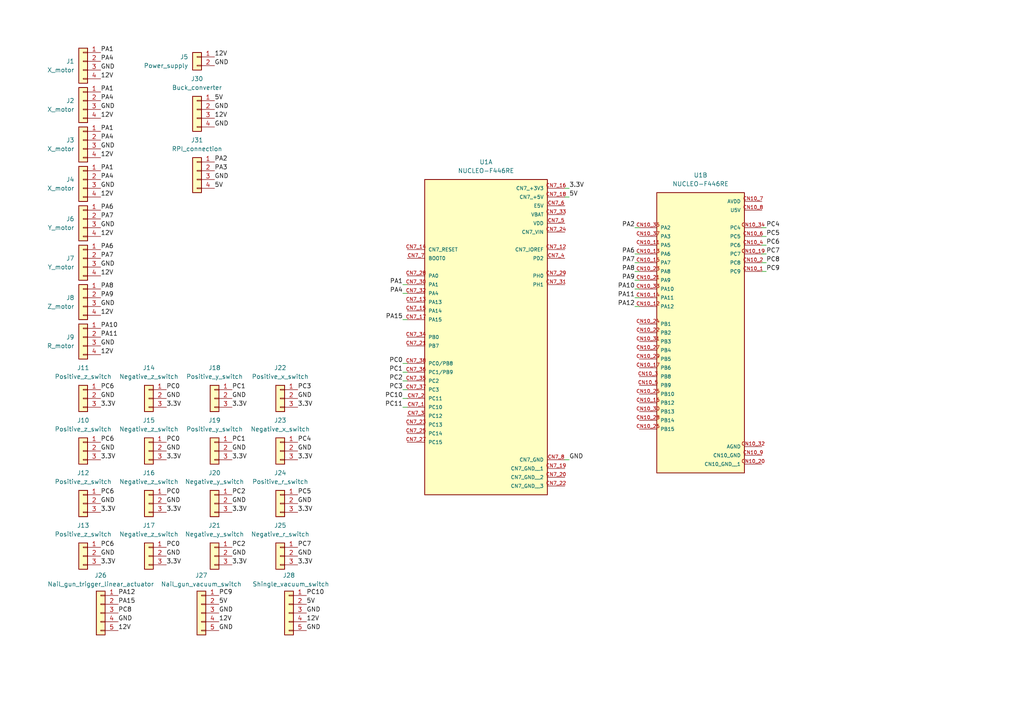
<source format=kicad_sch>
(kicad_sch (version 20231120) (generator "eeschema") (generator_version "8.0")
  (paper "A4")
  (lib_symbols
    (symbol "Connector_Generic:Conn_01x02" (pin_names (offset 1.016) hide)
      (property "Reference" "J" (at 0 2.54 0))
      (property "Value" "Conn_01x02" (at 0 -5.08 0))
      (symbol "Conn_01x02_1_1"
        (rectangle (start -1.27 -2.413) (end 0 -2.667) (stroke (width 0.1524)))
        (rectangle (start -1.27 0.127) (end 0 -0.127) (stroke (width 0.1524)))
        (rectangle (start -1.27 1.27) (end 1.27 -3.81) (stroke (width 0.254)) (fill (type background)))
        (pin passive line (at -5.08 0 0) (length 3.81) (name "Pin_1") (number "1"))
        (pin passive line (at -5.08 -2.54 0) (length 3.81) (name "Pin_2") (number "2"))
      )
    )
    (symbol "Connector_Generic:Conn_01x03" (pin_names (offset 1.016) hide)
      (property "Reference" "J" (at 0 5.08 0))
      (property "Value" "Conn_01x03" (at 0 -5.08 0))
      (symbol "Conn_01x03_1_1"
        (rectangle (start -1.27 -2.413) (end 0 -2.667) (stroke (width 0.1524)))
        (rectangle (start -1.27 0.127) (end 0 -0.127) (stroke (width 0.1524)))
        (rectangle (start -1.27 2.667) (end 0 2.413) (stroke (width 0.1524)))
        (rectangle (start -1.27 3.81) (end 1.27 -3.81) (stroke (width 0.254)) (fill (type background)))
        (pin passive line (at -5.08 2.54 0) (length 3.81) (name "Pin_1") (number "1"))
        (pin passive line (at -5.08 0 0) (length 3.81) (name "Pin_2") (number "2"))
        (pin passive line (at -5.08 -2.54 0) (length 3.81) (name "Pin_3") (number "3"))
      )
    )
    (symbol "Connector_Generic:Conn_01x04" (pin_names (offset 1.016) hide)
      (property "Reference" "J" (at 0 5.08 0))
      (property "Value" "Conn_01x04" (at 0 -7.62 0))
      (symbol "Conn_01x04_1_1"
        (rectangle (start -1.27 -4.953) (end 0 -5.207) (stroke (width 0.1524)))
        (rectangle (start -1.27 -2.413) (end 0 -2.667) (stroke (width 0.1524)))
        (rectangle (start -1.27 0.127) (end 0 -0.127) (stroke (width 0.1524)))
        (rectangle (start -1.27 2.667) (end 0 2.413) (stroke (width 0.1524)))
        (rectangle (start -1.27 3.81) (end 1.27 -6.35) (stroke (width 0.254)) (fill (type background)))
        (pin passive line (at -5.08 2.54 0) (length 3.81) (name "Pin_1") (number "1"))
        (pin passive line (at -5.08 0 0) (length 3.81) (name "Pin_2") (number "2"))
        (pin passive line (at -5.08 -2.54 0) (length 3.81) (name "Pin_3") (number "3"))
        (pin passive line (at -5.08 -5.08 0) (length 3.81) (name "Pin_4") (number "4"))
      )
    )
    (symbol "Connector_Generic:Conn_01x05" (pin_names (offset 1.016) hide)
      (property "Reference" "J" (at 0 7.62 0))
      (property "Value" "Conn_01x05" (at 0 -7.62 0))
      (symbol "Conn_01x05_1_1"
        (rectangle (start -1.27 -4.953) (end 0 -5.207) (stroke (width 0.1524)))
        (rectangle (start -1.27 -2.413) (end 0 -2.667) (stroke (width 0.1524)))
        (rectangle (start -1.27 0.127) (end 0 -0.127) (stroke (width 0.1524)))
        (rectangle (start -1.27 2.667) (end 0 2.413) (stroke (width 0.1524)))
        (rectangle (start -1.27 5.207) (end 0 4.953) (stroke (width 0.1524)))
        (rectangle (start -1.27 6.35) (end 1.27 -6.35) (stroke (width 0.254)) (fill (type background)))
        (pin passive line (at -5.08 5.08 0) (length 3.81) (name "Pin_1") (number "1"))
        (pin passive line (at -5.08 2.54 0) (length 3.81) (name "Pin_2") (number "2"))
        (pin passive line (at -5.08 0 0) (length 3.81) (name "Pin_3") (number "3"))
        (pin passive line (at -5.08 -2.54 0) (length 3.81) (name "Pin_4") (number "4"))
        (pin passive line (at -5.08 -5.08 0) (length 3.81) (name "Pin_5") (number "5"))
      )
    )
    (symbol "NUCLEO-F446RE:NUCLEO-F446RE" (pin_names (offset 1.016))
      (property "Reference" "U" (at -17.78 41.91 0))
      (property "Value" "NUCLEO-F446RE" (at -17.78 -52.07 0))
      (symbol "NUCLEO-F446RE_1_0"
        (rectangle (start -17.78 -50.8) (end 17.78 40.64) (stroke (width 0.254)) (fill (type background)))
        (pin bidirectional line (at -22.86 -25.4 0) (length 5.08) (name "PC10") (number "CN7_1"))
        (pin bidirectional line (at 22.86 20.32 180) (length 5.08) (name "CN7_IOREF") (number "CN7_12"))
        (pin bidirectional line (at -22.86 5.08 0) (length 5.08) (name "PA13") (number "CN7_13"))
        (pin bidirectional line (at -22.86 20.32 0) (length 5.08) (name "CN7_RESET") (number "CN7_14"))
        (pin bidirectional line (at -22.86 2.54 0) (length 5.08) (name "PA14") (number "CN7_15"))
        (pin power_in line (at 22.86 38.1 180) (length 5.08) (name "CN7_+3V3") (number "CN7_16"))
        (pin bidirectional line (at -22.86 0 0) (length 5.08) (name "PA15") (number "CN7_17"))
        (pin power_in line (at 22.86 35.56 180) (length 5.08) (name "CN7_+5V") (number "CN7_18"))
        (pin power_in line (at 22.86 -43.18 180) (length 5.08) (name "CN7_GND__1") (number "CN7_19"))
        (pin bidirectional line (at -22.86 -22.86 0) (length 5.08) (name "PC11") (number "CN7_2"))
        (pin power_in line (at 22.86 -45.72 180) (length 5.08) (name "CN7_GND__2") (number "CN7_20"))
        (pin bidirectional line (at -22.86 -7.62 0) (length 5.08) (name "PB7") (number "CN7_21"))
        (pin power_in line (at 22.86 -48.26 180) (length 5.08) (name "CN7_GND__3") (number "CN7_22"))
        (pin bidirectional line (at -22.86 -30.48 0) (length 5.08) (name "PC13") (number "CN7_23"))
        (pin power_in line (at 22.86 25.4 180) (length 5.08) (name "CN7_VIN") (number "CN7_24"))
        (pin bidirectional line (at -22.86 -33.02 0) (length 5.08) (name "PC14") (number "CN7_25"))
        (pin bidirectional line (at -22.86 -35.56 0) (length 5.08) (name "PC15") (number "CN7_27"))
        (pin bidirectional line (at -22.86 12.7 0) (length 5.08) (name "PA0") (number "CN7_28"))
        (pin bidirectional line (at 22.86 12.7 180) (length 5.08) (name "PH0") (number "CN7_29"))
        (pin bidirectional line (at -22.86 -27.94 0) (length 5.08) (name "PC12") (number "CN7_3"))
        (pin bidirectional line (at -22.86 10.16 0) (length 5.08) (name "PA1") (number "CN7_30"))
        (pin bidirectional line (at 22.86 10.16 180) (length 5.08) (name "PH1") (number "CN7_31"))
        (pin bidirectional line (at -22.86 7.62 0) (length 5.08) (name "PA4") (number "CN7_32"))
        (pin power_in line (at 22.86 30.48 180) (length 5.08) (name "VBAT") (number "CN7_33"))
        (pin bidirectional line (at -22.86 -5.08 0) (length 5.08) (name "PB0") (number "CN7_34"))
        (pin bidirectional line (at -22.86 -17.78 0) (length 5.08) (name "PC2") (number "CN7_35"))
        (pin bidirectional line (at -22.86 -15.24 0) (length 5.08) (name "PC1/PB9") (number "CN7_36"))
        (pin bidirectional line (at -22.86 -20.32 0) (length 5.08) (name "PC3") (number "CN7_37"))
        (pin bidirectional line (at -22.86 -12.7 0) (length 5.08) (name "PC0/PB8") (number "CN7_38"))
        (pin bidirectional line (at 22.86 17.78 180) (length 5.08) (name "PD2") (number "CN7_4"))
        (pin power_in line (at 22.86 27.94 180) (length 5.08) (name "VDD") (number "CN7_5"))
        (pin power_in line (at 22.86 33.02 180) (length 5.08) (name "E5V") (number "CN7_6"))
        (pin bidirectional line (at -22.86 17.78 0) (length 5.08) (name "BOOT0") (number "CN7_7"))
        (pin power_in line (at 22.86 -40.64 180) (length 5.08) (name "CN7_GND") (number "CN7_8"))
      )
      (symbol "NUCLEO-F446RE_2_0"
        (rectangle (start -12.7 -43.18) (end 12.7 38.1) (stroke (width 0.254)) (fill (type background)))
        (pin bidirectional line (at 17.78 15.24 180) (length 5.08) (name "PC9") (number "CN10_1"))
        (pin bidirectional line (at -17.78 22.86 0) (length 5.08) (name "PA5") (number "CN10_11"))
        (pin bidirectional line (at -17.78 5.08 0) (length 5.08) (name "PA12") (number "CN10_12"))
        (pin bidirectional line (at -17.78 20.32 0) (length 5.08) (name "PA6") (number "CN10_13"))
        (pin bidirectional line (at -17.78 7.62 0) (length 5.08) (name "PA11") (number "CN10_14"))
        (pin bidirectional line (at -17.78 17.78 0) (length 5.08) (name "PA7") (number "CN10_15"))
        (pin bidirectional line (at -17.78 -22.86 0) (length 5.08) (name "PB12") (number "CN10_16"))
        (pin bidirectional line (at -17.78 -12.7 0) (length 5.08) (name "PB6") (number "CN10_17"))
        (pin bidirectional line (at 17.78 20.32 180) (length 5.08) (name "PC7") (number "CN10_19"))
        (pin bidirectional line (at 17.78 17.78 180) (length 5.08) (name "PC8") (number "CN10_2"))
        (pin power_in line (at 17.78 -40.64 180) (length 5.08) (name "CN10_GND__1") (number "CN10_20"))
        (pin bidirectional line (at -17.78 12.7 0) (length 5.08) (name "PA9") (number "CN10_21"))
        (pin bidirectional line (at -17.78 -2.54 0) (length 5.08) (name "PB2") (number "CN10_22"))
        (pin bidirectional line (at -17.78 15.24 0) (length 5.08) (name "PA8") (number "CN10_23"))
        (pin bidirectional line (at -17.78 0 0) (length 5.08) (name "PB1") (number "CN10_24"))
        (pin bidirectional line (at -17.78 -20.32 0) (length 5.08) (name "PB10") (number "CN10_25"))
        (pin bidirectional line (at -17.78 -30.48 0) (length 5.08) (name "PB15") (number "CN10_26"))
        (pin bidirectional line (at -17.78 -7.62 0) (length 5.08) (name "PB4") (number "CN10_27"))
        (pin bidirectional line (at -17.78 -27.94 0) (length 5.08) (name "PB14") (number "CN10_28"))
        (pin bidirectional line (at -17.78 -10.16 0) (length 5.08) (name "PB5") (number "CN10_29"))
        (pin bidirectional line (at -17.78 -15.24 0) (length 5.08) (name "PB8") (number "CN10_3"))
        (pin bidirectional line (at -17.78 -25.4 0) (length 5.08) (name "PB13") (number "CN10_30"))
        (pin bidirectional line (at -17.78 -5.08 0) (length 5.08) (name "PB3") (number "CN10_31"))
        (pin power_in line (at 17.78 -35.56 180) (length 5.08) (name "AGND") (number "CN10_32"))
        (pin bidirectional line (at -17.78 10.16 0) (length 5.08) (name "PA10") (number "CN10_33"))
        (pin bidirectional line (at 17.78 27.94 180) (length 5.08) (name "PC4") (number "CN10_34"))
        (pin bidirectional line (at -17.78 27.94 0) (length 5.08) (name "PA2") (number "CN10_35"))
        (pin bidirectional line (at -17.78 25.4 0) (length 5.08) (name "PA3") (number "CN10_37"))
        (pin bidirectional line (at 17.78 22.86 180) (length 5.08) (name "PC6") (number "CN10_4"))
        (pin bidirectional line (at -17.78 -17.78 0) (length 5.08) (name "PB9") (number "CN10_5"))
        (pin bidirectional line (at 17.78 25.4 180) (length 5.08) (name "PC5") (number "CN10_6"))
        (pin power_in line (at 17.78 35.56 180) (length 5.08) (name "AVDD") (number "CN10_7"))
        (pin power_in line (at 17.78 33.02 180) (length 5.08) (name "U5V") (number "CN10_8"))
        (pin power_in line (at 17.78 -38.1 180) (length 5.08) (name "CN10_GND") (number "CN10_9"))
      )
      (symbol "NUCLEO-F446RE_3_0"
        (rectangle (start -15.24 -15.24) (end 15.24 10.16) (stroke (width 0.254)) (fill (type background)))
        (pin bidirectional line (at -20.32 -5.08 0) (length 5.08) (name "CN6_IOREF") (number "CN6_2"))
        (pin bidirectional line (at -20.32 -2.54 0) (length 5.08) (name "CN6_RESET") (number "CN6_3"))
        (pin power_in line (at 20.32 2.54 180) (length 5.08) (name "CN6_+3V3") (number "CN6_4"))
        (pin power_in line (at 20.32 5.08 180) (length 5.08) (name "CN6_+5V") (number "CN6_5"))
        (pin power_in line (at 20.32 -10.16 180) (length 5.08) (name "CN6_GND") (number "CN6_6"))
        (pin power_in line (at 20.32 -12.7 180) (length 5.08) (name "CN6_GND__1") (number "CN6_7"))
        (pin power_in line (at 20.32 7.62 180) (length 5.08) (name "CN6_VIN") (number "CN6_8"))
      )
      (symbol "NUCLEO-F446RE_4_0"
        (rectangle (start -5.08 -12.7) (end 5.08 12.7) (stroke (width 0.254)) (fill (type background)))
        (pin input line (at -10.16 10.16 0) (length 5.08) (name "D0") (number "CN9_1"))
        (pin output line (at -10.16 7.62 0) (length 5.08) (name "D1") (number "CN9_2"))
        (pin bidirectional line (at -10.16 2.54 0) (length 5.08) (name "D2") (number "CN9_3"))
        (pin bidirectional line (at -10.16 0 0) (length 5.08) (name "D3") (number "CN9_4"))
        (pin bidirectional line (at -10.16 -2.54 0) (length 5.08) (name "D4") (number "CN9_5"))
        (pin bidirectional line (at -10.16 -5.08 0) (length 5.08) (name "D5") (number "CN9_6"))
        (pin bidirectional line (at -10.16 -7.62 0) (length 5.08) (name "D6") (number "CN9_7"))
        (pin bidirectional line (at -10.16 -10.16 0) (length 5.08) (name "D7") (number "CN9_8"))
      )
      (symbol "NUCLEO-F446RE_5_0"
        (rectangle (start -5.08 -10.16) (end 5.08 7.62) (stroke (width 0.254)) (fill (type background)))
        (pin input line (at -10.16 5.08 0) (length 5.08) (name "A0") (number "CN8_1"))
        (pin input line (at -10.16 2.54 0) (length 5.08) (name "A1") (number "CN8_2"))
        (pin input line (at -10.16 0 0) (length 5.08) (name "A2") (number "CN8_3"))
        (pin input line (at -10.16 -2.54 0) (length 5.08) (name "A3") (number "CN8_4"))
        (pin input line (at -10.16 -5.08 0) (length 5.08) (name "A4") (number "CN8_5"))
        (pin input line (at -10.16 -7.62 0) (length 5.08) (name "A5") (number "CN8_6"))
      )
      (symbol "NUCLEO-F446RE_6_0"
        (rectangle (start -10.16 -17.78) (end 10.16 15.24) (stroke (width 0.254)) (fill (type background)))
        (pin bidirectional line (at -15.24 7.62 0) (length 5.08) (name "D8") (number "CN5_1"))
        (pin bidirectional clock (at -15.24 -10.16 0) (length 5.08) (name "D15") (number "CN5_10"))
        (pin bidirectional line (at -15.24 5.08 0) (length 5.08) (name "D9") (number "CN5_2"))
        (pin bidirectional line (at -15.24 2.54 0) (length 5.08) (name "D10") (number "CN5_3"))
        (pin bidirectional line (at -15.24 0 0) (length 5.08) (name "D11") (number "CN5_4"))
        (pin bidirectional line (at -15.24 -2.54 0) (length 5.08) (name "D12") (number "CN5_5"))
        (pin bidirectional clock (at -15.24 -5.08 0) (length 5.08) (name "D13") (number "CN5_6"))
        (pin power_in line (at 15.24 -15.24 180) (length 5.08) (name "CN5_GND") (number "CN5_7"))
        (pin power_in line (at 15.24 12.7 180) (length 5.08) (name "AREF") (number "CN5_8"))
        (pin bidirectional line (at -15.24 -7.62 0) (length 5.08) (name "D14") (number "CN5_9"))
      )
    )
  )
  (wire (pts (xy 116.84 115.57) (xy 118.11 115.57)))
  (wire (pts (xy 116.84 85.09) (xy 118.11 85.09)))
  (wire (pts (xy 184.15 88.9) (xy 185.42 88.9)))
  (wire (pts (xy 222.25 66.04) (xy 220.98 66.04)))
  (wire (pts (xy 116.84 92.71) (xy 118.11 92.71)))
  (wire (pts (xy 222.25 78.74) (xy 220.98 78.74)))
  (wire (pts (xy 222.25 68.58) (xy 220.98 68.58)))
  (wire (pts (xy 116.84 82.55) (xy 118.11 82.55)))
  (wire (pts (xy 184.15 86.36) (xy 185.42 86.36)))
  (wire (pts (xy 116.84 105.41) (xy 118.11 105.41)))
  (wire (pts (xy 116.84 118.11) (xy 118.11 118.11)))
  (wire (pts (xy 165.1 57.15) (xy 163.83 57.15)))
  (wire (pts (xy 184.15 66.04) (xy 185.42 66.04)))
  (wire (pts (xy 116.84 113.03) (xy 118.11 113.03)))
  (wire (pts (xy 222.25 76.2) (xy 220.98 76.2)))
  (wire (pts (xy 184.15 73.66) (xy 185.42 73.66)))
  (wire (pts (xy 184.15 76.2) (xy 185.42 76.2)))
  (wire (pts (xy 116.84 107.95) (xy 118.11 107.95)))
  (wire (pts (xy 222.25 73.66) (xy 220.98 73.66)))
  (wire (pts (xy 222.25 71.12) (xy 220.98 71.12)))
  (wire (pts (xy 184.15 78.74) (xy 185.42 78.74)))
  (wire (pts (xy 116.84 110.49) (xy 118.11 110.49)))
  (wire (pts (xy 184.15 81.28) (xy 185.42 81.28)))
  (wire (pts (xy 165.1 54.61) (xy 163.83 54.61)))
  (wire (pts (xy 165.1 133.35) (xy 163.83 133.35)))
  (wire (pts (xy 184.15 83.82) (xy 185.42 83.82)))
  (label "5V" (at 62.23 54.61 0))
  (label "PA4" (at 29.21 17.78 0))
  (label "PC2" (at 67.31 143.51 0))
  (label "3.3V" (at 165.1 54.61 0))
  (label "PA12" (at 34.29 172.72 0))
  (label "PA11" (at 29.21 97.79 0))
  (label "3.3V" (at 48.26 133.35 0))
  (label "GND" (at 63.5 182.88 0))
  (label "PC6" (at 29.21 143.51 0))
  (label "PC0" (at 48.26 158.75 0))
  (label "5V" (at 88.9 175.26 0))
  (label "GND" (at 62.23 19.05 0))
  (label "3.3V" (at 67.31 163.83 0))
  (label "GND" (at 29.21 54.61 0))
  (label "GND" (at 29.21 115.57 0))
  (label "3.3V" (at 86.36 118.11 0))
  (label "3.3V" (at 86.36 148.59 0))
  (label "GND" (at 67.31 146.05 0))
  (label "3.3V" (at 29.21 148.59 0))
  (label "5V" (at 62.23 29.21 0))
  (label "GND" (at 29.21 31.75 0))
  (label "PA7" (at 184.15 76.2 180))
  (label "PA15" (at 34.29 175.26 0))
  (label "3.3V" (at 48.26 163.83 0))
  (label "GND" (at 63.5 177.8 0))
  (label "GND" (at 67.31 161.29 0))
  (label "PC8" (at 34.29 177.8 0))
  (label "PC3" (at 86.36 113.03 0))
  (label "GND" (at 29.21 161.29 0))
  (label "PC8" (at 222.25 76.2 0))
  (label "GND" (at 34.29 180.34 0))
  (label "PC2" (at 116.84 110.49 180))
  (label "PA7" (at 29.21 63.5 0))
  (label "12V" (at 63.5 180.34 0))
  (label "PC0" (at 48.26 143.51 0))
  (label "3.3V" (at 67.31 118.11 0))
  (label "5V" (at 63.5 175.26 0))
  (label "PA6" (at 29.21 72.39 0))
  (label "GND" (at 29.21 146.05 0))
  (label "PC6" (at 29.21 158.75 0))
  (label "GND" (at 29.21 77.47 0))
  (label "GND" (at 48.26 130.81 0))
  (label "PC2" (at 67.31 158.75 0))
  (label "3.3V" (at 48.26 148.59 0))
  (label "PA8" (at 184.15 78.74 180))
  (label "12V" (at 88.9 180.34 0))
  (label "PC1" (at 67.31 128.27 0))
  (label "3.3V" (at 86.36 133.35 0))
  (label "PC1" (at 116.84 107.95 180))
  (label "PA12" (at 184.15 88.9 180))
  (label "GND" (at 29.21 20.32 0))
  (label "PA8" (at 29.21 83.82 0))
  (label "PA1" (at 29.21 26.67 0))
  (label "12V" (at 62.23 34.29 0))
  (label "GND" (at 165.1 133.35 0))
  (label "5V" (at 165.1 57.15 0))
  (label "12V" (at 29.21 102.87 0))
  (label "GND" (at 29.21 100.33 0))
  (label "12V" (at 29.21 91.44 0))
  (label "PC5" (at 86.36 143.51 0))
  (label "PC6" (at 29.21 113.03 0))
  (label "GND" (at 67.31 130.81 0))
  (label "PC0" (at 48.26 128.27 0))
  (label "PC4" (at 86.36 128.27 0))
  (label "PA4" (at 116.84 85.09 180))
  (label "PA10" (at 29.21 95.25 0))
  (label "GND" (at 67.31 115.57 0))
  (label "PC1" (at 67.31 113.03 0))
  (label "PA11" (at 184.15 86.36 180))
  (label "12V" (at 29.21 34.29 0))
  (label "GND" (at 62.23 36.83 0))
  (label "GND" (at 86.36 130.81 0))
  (label "PA1" (at 29.21 15.24 0))
  (label "3.3V" (at 86.36 163.83 0))
  (label "12V" (at 29.21 68.58 0))
  (label "3.3V" (at 29.21 133.35 0))
  (label "3.3V" (at 67.31 133.35 0))
  (label "PC6" (at 222.25 71.12 0))
  (label "PA1" (at 29.21 49.53 0))
  (label "PC3" (at 116.84 113.03 180))
  (label "PC9" (at 63.5 172.72 0))
  (label "PC5" (at 222.25 68.58 0))
  (label "PA6" (at 29.21 60.96 0))
  (label "3.3V" (at 29.21 163.83 0))
  (label "PC4" (at 222.25 66.04 0))
  (label "3.3V" (at 48.26 118.11 0))
  (label "3.3V" (at 29.21 118.11 0))
  (label "PA9" (at 184.15 81.28 180))
  (label "GND" (at 48.26 146.05 0))
  (label "12V" (at 29.21 45.72 0))
  (label "GND" (at 62.23 31.75 0))
  (label "12V" (at 29.21 80.01 0))
  (label "GND" (at 86.36 115.57 0))
  (label "GND" (at 29.21 88.9 0))
  (label "PA7" (at 29.21 74.93 0))
  (label "PC10" (at 116.84 115.57 180))
  (label "GND" (at 62.23 52.07 0))
  (label "PA3" (at 62.23 49.53 0))
  (label "PC0" (at 48.26 113.03 0))
  (label "PC7" (at 222.25 73.66 0))
  (label "PA10" (at 184.15 83.82 180))
  (label "12V" (at 29.21 57.15 0))
  (label "3.3V" (at 67.31 148.59 0))
  (label "PC11" (at 116.84 118.11 180))
  (label "PC10" (at 88.9 172.72 0))
  (label "GND" (at 48.26 161.29 0))
  (label "12V" (at 62.23 16.51 0))
  (label "GND" (at 29.21 66.04 0))
  (label "PA4" (at 29.21 29.21 0))
  (label "PA2" (at 62.23 46.99 0))
  (label "PC7" (at 86.36 158.75 0))
  (label "PA4" (at 29.21 40.64 0))
  (label "12V" (at 34.29 182.88 0))
  (label "PC6" (at 29.21 128.27 0))
  (label "GND" (at 86.36 161.29 0))
  (label "GND" (at 88.9 182.88 0))
  (label "PA1" (at 116.84 82.55 180))
  (label "PA9" (at 29.21 86.36 0))
  (label "12V" (at 29.21 22.86 0))
  (label "PA2" (at 184.15 66.04 180))
  (label "PA4" (at 29.21 52.07 0))
  (label "GND" (at 88.9 177.8 0))
  (label "PA15" (at 116.84 92.71 180))
  (label "GND" (at 86.36 146.05 0))
  (label "PC0" (at 116.84 105.41 180))
  (label "PA6" (at 184.15 73.66 180))
  (label "PC9" (at 222.25 78.74 0))
  (label "GND" (at 29.21 130.81 0))
  (label "GND" (at 29.21 43.18 0))
  (label "GND" (at 48.26 115.57 0))
  (label "PA1" (at 29.21 38.1 0))
  (symbol (lib_id "Connector_Generic:Conn_01x03") (at 81.28 146.05 0) (mirror y) (unit 1)
    (property "Reference" "J24" (at 81.28 137.16 0))
    (property "Value" "Positive_r_switch" (at 81.28 139.7 0))
    (property "Footprint" "Connector_JST:JST_XH_B3B-XH-A_1x03_P2.50mm_Vertical" (effects (hide yes)))
    (property "Description" "Generic connector, single row, 01x03, script generated (kicad-library-utils/schlib/autogen/connector/)" (effects (hide yes)))
  )
  (symbol (lib_id "Connector_Generic:Conn_01x04") (at 57.15 31.75 0) (mirror y) (unit 1)
    (property "Reference" "J30" (at 57.15 22.86 0))
    (property "Value" "Buck_converter" (at 57.15 25.4 0))
    (property "Footprint" "Connector_JST:JST_XH_B4B-XH-A_1x04_P2.50mm_Vertical" (effects (hide yes)))
    (property "Description" "Generic connector, single row, 01x04, script generated (kicad-library-utils/schlib/autogen/connector/)" (effects (hide yes)))
  )
  (symbol (lib_id "Connector_Generic:Conn_01x03") (at 81.28 161.29 0) (mirror y) (unit 1)
    (property "Reference" "J25" (at 81.28 152.4 0))
    (property "Value" "Negative_r_switch" (at 81.28 154.94 0))
    (property "Footprint" "Connector_JST:JST_XH_B3B-XH-A_1x03_P2.50mm_Vertical" (effects (hide yes)))
    (property "Description" "Generic connector, single row, 01x03, script generated (kicad-library-utils/schlib/autogen/connector/)" (effects (hide yes)))
  )
  (symbol (lib_id "Connector_Generic:Conn_01x03") (at 43.18 115.57 0) (mirror y) (unit 1)
    (property "Reference" "J14" (at 43.18 106.68 0))
    (property "Value" "Negative_z_switch" (at 43.18 109.22 0))
    (property "Footprint" "Connector_JST:JST_XH_B3B-XH-A_1x03_P2.50mm_Vertical" (effects (hide yes)))
    (property "Description" "Generic connector, single row, 01x03, script generated (kicad-library-utils/schlib/autogen/connector/)" (effects (hide yes)))
  )
  (symbol (lib_id "Connector_Generic:Conn_01x04") (at 24.13 74.93 0) (mirror y) (unit 1)
    (property "Reference" "J7" (at 21.59 74.9299 0) (effects (justify left)))
    (property "Value" "Y_motor" (at 21.59 77.4699 0) (effects (justify left)))
    (property "Footprint" "Connector_JST:JST_XH_B4B-XH-A_1x04_P2.50mm_Vertical" (effects (hide yes)))
    (property "Description" "Generic connector, single row, 01x04, script generated (kicad-library-utils/schlib/autogen/connector/)" (effects (hide yes)))
  )
  (symbol (lib_id "Connector_Generic:Conn_01x03") (at 43.18 146.05 0) (mirror y) (unit 1)
    (property "Reference" "J16" (at 43.18 137.16 0))
    (property "Value" "Negative_z_switch" (at 43.18 139.7 0))
    (property "Footprint" "Connector_JST:JST_XH_B3B-XH-A_1x03_P2.50mm_Vertical" (effects (hide yes)))
    (property "Description" "Generic connector, single row, 01x03, script generated (kicad-library-utils/schlib/autogen/connector/)" (effects (hide yes)))
  )
  (symbol (lib_id "Connector_Generic:Conn_01x05") (at 58.42 177.8 0) (mirror y) (unit 1)
    (property "Reference" "J27" (at 60.198 166.878 0) (effects (justify left)))
    (property "Value" "Nail_gun_vacuum_switch" (at 70.104 169.418 0) (effects (justify left)))
    (property "Footprint" "Connector_JST:JST_XH_B5B-XH-A_1x05_P2.50mm_Vertical" (effects (hide yes)))
    (property "Description" "Generic connector, single row, 01x05, script generated (kicad-library-utils/schlib/autogen/connector/)" (effects (hide yes)))
  )
  (symbol (lib_id "Connector_Generic:Conn_01x03") (at 81.28 115.57 0) (mirror y) (unit 1)
    (property "Reference" "J22" (at 81.28 106.68 0))
    (property "Value" "Positive_x_switch" (at 81.28 109.22 0))
    (property "Footprint" "Connector_JST:JST_XH_B3B-XH-A_1x03_P2.50mm_Vertical" (effects (hide yes)))
    (property "Description" "Generic connector, single row, 01x03, script generated (kicad-library-utils/schlib/autogen/connector/)" (effects (hide yes)))
  )
  (symbol (lib_id "Connector_Generic:Conn_01x02") (at 57.15 16.51 0) (mirror y) (unit 1)
    (property "Reference" "J5" (at 54.61 16.5099 0) (effects (justify left)))
    (property "Value" "Power_supply" (at 54.61 19.0499 0) (effects (justify left)))
    (property "Footprint" "Connector_JST:JST_VH_B2P-VH_1x02_P3.96mm_Vertical" (effects (hide yes)))
    (property "Description" "Generic connector, single row, 01x02, script generated (kicad-library-utils/schlib/autogen/connector/)" (effects (hide yes)))
  )
  (symbol (lib_id "Connector_Generic:Conn_01x03") (at 62.23 115.57 0) (mirror y) (unit 1)
    (property "Reference" "J18" (at 62.23 106.68 0))
    (property "Value" "Positive_y_switch" (at 62.23 109.22 0))
    (property "Footprint" "Connector_JST:JST_XH_B3B-XH-A_1x03_P2.50mm_Vertical" (effects (hide yes)))
    (property "Description" "Generic connector, single row, 01x03, script generated (kicad-library-utils/schlib/autogen/connector/)" (effects (hide yes)))
  )
  (symbol (lib_id "Connector_Generic:Conn_01x04") (at 24.13 86.36 0) (mirror y) (unit 1)
    (property "Reference" "J8" (at 21.59 86.3599 0) (effects (justify left)))
    (property "Value" "Z_motor" (at 21.59 88.8999 0) (effects (justify left)))
    (property "Footprint" "Connector_JST:JST_XH_B4B-XH-A_1x04_P2.50mm_Vertical" (effects (hide yes)))
    (property "Description" "Generic connector, single row, 01x04, script generated (kicad-library-utils/schlib/autogen/connector/)" (effects (hide yes)))
  )
  (symbol (lib_id "Connector_Generic:Conn_01x04") (at 24.13 97.79 0) (mirror y) (unit 1)
    (property "Reference" "J9" (at 21.59 97.7899 0) (effects (justify left)))
    (property "Value" "R_motor" (at 21.59 100.3299 0) (effects (justify left)))
    (property "Footprint" "Connector_JST:JST_XH_B4B-XH-A_1x04_P2.50mm_Vertical" (effects (hide yes)))
    (property "Description" "Generic connector, single row, 01x04, script generated (kicad-library-utils/schlib/autogen/connector/)" (effects (hide yes)))
  )
  (symbol (lib_id "Connector_Generic:Conn_01x03") (at 24.13 115.57 0) (mirror y) (unit 1)
    (property "Reference" "J11" (at 24.13 106.68 0))
    (property "Value" "Positive_z_switch" (at 24.13 109.22 0))
    (property "Footprint" "Connector_JST:JST_XH_B3B-XH-A_1x03_P2.50mm_Vertical" (effects (hide yes)))
    (property "Description" "Generic connector, single row, 01x03, script generated (kicad-library-utils/schlib/autogen/connector/)" (effects (hide yes)))
  )
  (symbol (lib_id "Connector_Generic:Conn_01x04") (at 24.13 52.07 0) (mirror y) (unit 1)
    (property "Reference" "J4" (at 21.59 52.0699 0) (effects (justify left)))
    (property "Value" "X_motor" (at 21.59 54.6099 0) (effects (justify left)))
    (property "Footprint" "Connector_JST:JST_XH_B4B-XH-A_1x04_P2.50mm_Vertical" (effects (hide yes)))
    (property "Description" "Generic connector, single row, 01x04, script generated (kicad-library-utils/schlib/autogen/connector/)" (effects (hide yes)))
  )
  (symbol (lib_id "Connector_Generic:Conn_01x03") (at 62.23 161.29 0) (mirror y) (unit 1)
    (property "Reference" "J21" (at 62.23 152.4 0))
    (property "Value" "Negative_y_switch" (at 62.23 154.94 0))
    (property "Footprint" "Connector_JST:JST_XH_B3B-XH-A_1x03_P2.50mm_Vertical" (effects (hide yes)))
    (property "Description" "Generic connector, single row, 01x03, script generated (kicad-library-utils/schlib/autogen/connector/)" (effects (hide yes)))
  )
  (symbol (lib_id "Connector_Generic:Conn_01x03") (at 81.28 130.81 0) (mirror y) (unit 1)
    (property "Reference" "J23" (at 81.28 121.92 0))
    (property "Value" "Negative_x_switch" (at 81.28 124.46 0))
    (property "Footprint" "Connector_JST:JST_XH_B3B-XH-A_1x03_P2.50mm_Vertical" (effects (hide yes)))
    (property "Description" "Generic connector, single row, 01x03, script generated (kicad-library-utils/schlib/autogen/connector/)" (effects (hide yes)))
  )
  (symbol (lib_id "Connector_Generic:Conn_01x03") (at 62.23 130.81 0) (mirror y) (unit 1)
    (property "Reference" "J19" (at 62.23 121.92 0))
    (property "Value" "Positive_y_switch" (at 62.23 124.46 0))
    (property "Footprint" "Connector_JST:JST_XH_B3B-XH-A_1x03_P2.50mm_Vertical" (effects (hide yes)))
    (property "Description" "Generic connector, single row, 01x03, script generated (kicad-library-utils/schlib/autogen/connector/)" (effects (hide yes)))
  )
  (symbol (lib_id "Connector_Generic:Conn_01x04") (at 24.13 29.21 0) (mirror y) (unit 1)
    (property "Reference" "J2" (at 21.59 29.2099 0) (effects (justify left)))
    (property "Value" "X_motor" (at 21.59 31.7499 0) (effects (justify left)))
    (property "Footprint" "Connector_JST:JST_XH_B4B-XH-A_1x04_P2.50mm_Vertical" (effects (hide yes)))
    (property "Description" "Generic connector, single row, 01x04, script generated (kicad-library-utils/schlib/autogen/connector/)" (effects (hide yes)))
  )
  (symbol (lib_id "NUCLEO-F446RE:NUCLEO-F446RE") (at 140.97 92.71 0) (unit 1)
    (property "Reference" "U1" (at 140.97 46.99 0))
    (property "Value" "NUCLEO-F446RE" (at 140.97 49.53 0))
    (property "Footprint" "NUCLEO-F446RE:MODULE_NUCLEO-F446RE" (effects (hide yes)))
    (property "PARTREV" "13" (effects (hide yes)))
    (property "STANDARD" "Manufacturer Recommendations" (effects (hide yes)))
    (property "MANUFACTURER" "STMicroelectronics" (effects (hide yes)))
  )
  (symbol (lib_id "Connector_Generic:Conn_01x03") (at 62.23 146.05 0) (mirror y) (unit 1)
    (property "Reference" "J20" (at 62.23 137.16 0))
    (property "Value" "Negative_y_switch" (at 62.23 139.7 0))
    (property "Footprint" "Connector_JST:JST_XH_B3B-XH-A_1x03_P2.50mm_Vertical" (effects (hide yes)))
    (property "Description" "Generic connector, single row, 01x03, script generated (kicad-library-utils/schlib/autogen/connector/)" (effects (hide yes)))
  )
  (symbol (lib_id "Connector_Generic:Conn_01x03") (at 43.18 161.29 0) (mirror y) (unit 1)
    (property "Reference" "J17" (at 43.18 152.4 0))
    (property "Value" "Negative_z_switch" (at 43.18 154.94 0))
    (property "Footprint" "Connector_JST:JST_XH_B3B-XH-A_1x03_P2.50mm_Vertical" (effects (hide yes)))
    (property "Description" "Generic connector, single row, 01x03, script generated (kicad-library-utils/schlib/autogen/connector/)" (effects (hide yes)))
  )
  (symbol (lib_id "Connector_Generic:Conn_01x04") (at 24.13 17.78 0) (mirror y) (unit 1)
    (property "Reference" "J1" (at 21.59 17.7799 0) (effects (justify left)))
    (property "Value" "X_motor" (at 21.59 20.3199 0) (effects (justify left)))
    (property "Footprint" "Connector_JST:JST_XH_B4B-XH-A_1x04_P2.50mm_Vertical" (effects (hide yes)))
    (property "Description" "Generic connector, single row, 01x04, script generated (kicad-library-utils/schlib/autogen/connector/)" (effects (hide yes)))
  )
  (symbol (lib_id "Connector_Generic:Conn_01x03") (at 24.13 146.05 0) (mirror y) (unit 1)
    (property "Reference" "J12" (at 24.13 137.16 0))
    (property "Value" "Positive_z_switch" (at 24.13 139.7 0))
    (property "Footprint" "Connector_JST:JST_XH_B3B-XH-A_1x03_P2.50mm_Vertical" (effects (hide yes)))
    (property "Description" "Generic connector, single row, 01x03, script generated (kicad-library-utils/schlib/autogen/connector/)" (effects (hide yes)))
  )
  (symbol (lib_id "Connector_Generic:Conn_01x05") (at 83.82 177.8 0) (mirror y) (unit 1)
    (property "Reference" "J28" (at 85.598 166.878 0) (effects (justify left)))
    (property "Value" "Shingle_vacuum_switch" (at 95.504 169.418 0) (effects (justify left)))
    (property "Footprint" "Connector_JST:JST_XH_B5B-XH-A_1x05_P2.50mm_Vertical" (effects (hide yes)))
    (property "Description" "Generic connector, single row, 01x05, script generated (kicad-library-utils/schlib/autogen/connector/)" (effects (hide yes)))
  )
  (symbol (lib_id "Connector_Generic:Conn_01x05") (at 29.21 177.8 0) (mirror y) (unit 1)
    (property "Reference" "J26" (at 30.988 166.878 0) (effects (justify left)))
    (property "Value" "Nail_gun_trigger_linear_actuator" (at 44.704 169.418 0) (effects (justify left)))
    (property "Footprint" "Connector_JST:JST_XH_B5B-XH-A_1x05_P2.50mm_Vertical" (effects (hide yes)))
    (property "Description" "Generic connector, single row, 01x05, script generated (kicad-library-utils/schlib/autogen/connector/)" (effects (hide yes)))
  )
  (symbol (lib_id "NUCLEO-F446RE:NUCLEO-F446RE") (at 203.2 93.98 0) (unit 2)
    (property "Reference" "U1" (at 203.2 50.8 0))
    (property "Value" "NUCLEO-F446RE" (at 203.2 53.34 0))
    (property "Footprint" "NUCLEO-F446RE:MODULE_NUCLEO-F446RE" (effects (hide yes)))
    (property "PARTREV" "13" (effects (hide yes)))
    (property "STANDARD" "Manufacturer Recommendations" (effects (hide yes)))
    (property "MANUFACTURER" "STMicroelectronics" (effects (hide yes)))
  )
  (symbol (lib_id "Connector_Generic:Conn_01x04") (at 24.13 40.64 0) (mirror y) (unit 1)
    (property "Reference" "J3" (at 21.59 40.6399 0) (effects (justify left)))
    (property "Value" "X_motor" (at 21.59 43.1799 0) (effects (justify left)))
    (property "Footprint" "Connector_JST:JST_XH_B4B-XH-A_1x04_P2.50mm_Vertical" (effects (hide yes)))
    (property "Description" "Generic connector, single row, 01x04, script generated (kicad-library-utils/schlib/autogen/connector/)" (effects (hide yes)))
  )
  (symbol (lib_id "Connector_Generic:Conn_01x03") (at 24.13 161.29 0) (mirror y) (unit 1)
    (property "Reference" "J13" (at 24.13 152.4 0))
    (property "Value" "Positive_z_switch" (at 24.13 154.94 0))
    (property "Footprint" "Connector_JST:JST_XH_B3B-XH-A_1x03_P2.50mm_Vertical" (effects (hide yes)))
    (property "Description" "Generic connector, single row, 01x03, script generated (kicad-library-utils/schlib/autogen/connector/)" (effects (hide yes)))
  )
  (symbol (lib_id "Connector_Generic:Conn_01x03") (at 24.13 130.81 0) (mirror y) (unit 1)
    (property "Reference" "J10" (at 24.13 121.92 0))
    (property "Value" "Positive_z_switch" (at 24.13 124.46 0))
    (property "Footprint" "Connector_JST:JST_XH_B3B-XH-A_1x03_P2.50mm_Vertical" (effects (hide yes)))
    (property "Description" "Generic connector, single row, 01x03, script generated (kicad-library-utils/schlib/autogen/connector/)" (effects (hide yes)))
  )
  (symbol (lib_id "Connector_Generic:Conn_01x04") (at 57.15 49.53 0) (mirror y) (unit 1)
    (property "Reference" "J31" (at 57.15 40.64 0))
    (property "Value" "RPI_connection" (at 57.15 43.18 0))
    (property "Footprint" "Connector_JST:JST_XH_B4B-XH-A_1x04_P2.50mm_Vertical" (effects (hide yes)))
    (property "Description" "Generic connector, single row, 01x04, script generated (kicad-library-utils/schlib/autogen/connector/)" (effects (hide yes)))
  )
  (symbol (lib_id "Connector_Generic:Conn_01x03") (at 43.18 130.81 0) (mirror y) (unit 1)
    (property "Reference" "J15" (at 43.18 121.92 0))
    (property "Value" "Negative_z_switch" (at 43.18 124.46 0))
    (property "Footprint" "Connector_JST:JST_XH_B3B-XH-A_1x03_P2.50mm_Vertical" (effects (hide yes)))
    (property "Description" "Generic connector, single row, 01x03, script generated (kicad-library-utils/schlib/autogen/connector/)" (effects (hide yes)))
  )
  (symbol (lib_id "Connector_Generic:Conn_01x04") (at 24.13 63.5 0) (mirror y) (unit 1)
    (property "Reference" "J6" (at 21.59 63.4999 0) (effects (justify left)))
    (property "Value" "Y_motor" (at 21.59 66.0399 0) (effects (justify left)))
    (property "Footprint" "Connector_JST:JST_XH_B4B-XH-A_1x04_P2.50mm_Vertical" (effects (hide yes)))
    (property "Description" "Generic connector, single row, 01x04, script generated (kicad-library-utils/schlib/autogen/connector/)" (effects (hide yes)))
  )
)
</source>
